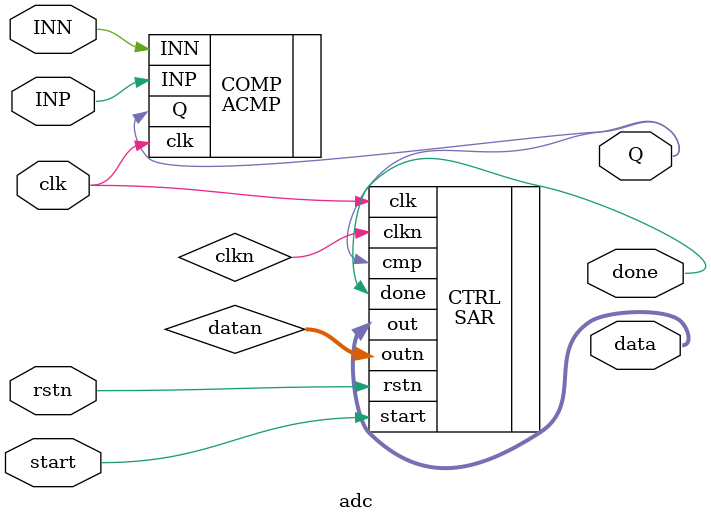
<source format=v>
module adc(
    input   wire        clk,    // The clock (digital)
    input   wire        rstn,   // Active low reset (digital)
    input   wire        start,  // Conversion start (digital)
    output  wire        done,   // Conversion is done (digital)
    output  wire [7:0]  data,   // SAR o/p (digital)

    // ACMP Ports for debugging
    input   wire        INP,    // (Analog)
    input   wire        INN,    // (Analog)
    output  wire        Q       // (Analog)
);

    wire [7:0] datan;
    wire clkn;

    
    ACMP COMP (
        .clk(clk),
        .INP(INP),
        .INN(INN),
        .Q(Q)    
    );

    SAR CTRL ( 
        .clk(clk),   
        .rstn(rstn),  
        .start(start),
        .cmp(Q),
        .out(data),    
        .outn(datan),
        .done(done),
        .clkn(clkn) 
    );
	



endmodule
</source>
